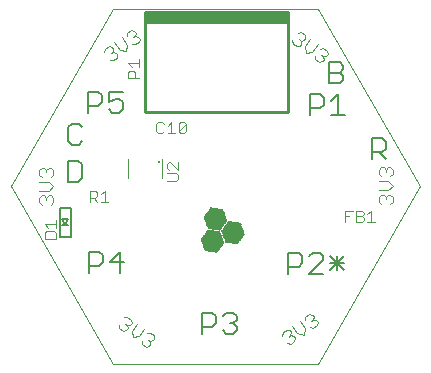
<source format=gbr>
G04 EAGLE Gerber RS-274X export*
G75*
%MOMM*%
%FSLAX34Y34*%
%LPD*%
%INSilkscreen Top*%
%IPPOS*%
%AMOC8*
5,1,8,0,0,1.08239X$1,22.5*%
G01*
%ADD10C,0.152400*%
%ADD11C,0.101600*%
%ADD12R,0.014731X0.014731*%
%ADD13R,0.147319X0.014731*%
%ADD14R,0.265175X0.014731*%
%ADD15R,0.383031X0.014731*%
%ADD16R,0.515619X0.014731*%
%ADD17R,0.633475X0.014731*%
%ADD18R,0.751331X0.014731*%
%ADD19R,0.883919X0.014731*%
%ADD20R,1.001775X0.014731*%
%ADD21R,1.119631X0.014731*%
%ADD22R,1.134363X0.014731*%
%ADD23R,1.149094X0.014731*%
%ADD24R,1.163825X0.014731*%
%ADD25R,1.178556X0.014731*%
%ADD26R,1.193288X0.014731*%
%ADD27R,1.222756X0.014731*%
%ADD28R,1.237488X0.014731*%
%ADD29R,1.266950X0.014731*%
%ADD30R,1.281681X0.014731*%
%ADD31R,1.311144X0.014731*%
%ADD32R,1.325881X0.014731*%
%ADD33R,1.355344X0.014731*%
%ADD34R,1.370075X0.014731*%
%ADD35R,1.384806X0.014731*%
%ADD36R,1.399538X0.014731*%
%ADD37R,1.414275X0.014731*%
%ADD38R,1.443738X0.014731*%
%ADD39R,1.458469X0.014731*%
%ADD40R,1.487931X0.014731*%
%ADD41R,1.502663X0.014731*%
%ADD42R,1.517394X0.014731*%
%ADD43R,1.532125X0.014731*%
%ADD44R,1.546856X0.014731*%
%ADD45R,1.576319X0.014731*%
%ADD46R,1.605788X0.014731*%
%ADD47R,1.620519X0.014731*%
%ADD48R,1.649981X0.014731*%
%ADD49R,1.664713X0.014731*%
%ADD50R,1.694175X0.014731*%
%ADD51R,1.708913X0.014731*%
%ADD52R,1.738375X0.014731*%
%ADD53R,1.753106X0.014731*%
%ADD54R,1.767838X0.014731*%
%ADD55R,1.782569X0.014731*%
%ADD56R,1.797306X0.014731*%
%ADD57R,0.117856X0.014731*%
%ADD58R,1.826769X0.014731*%
%ADD59R,0.235713X0.014731*%
%ADD60R,0.353569X0.014731*%
%ADD61R,1.856231X0.014731*%
%ADD62R,0.486156X0.014731*%
%ADD63R,1.870963X0.014731*%
%ADD64R,0.604013X0.014731*%
%ADD65R,0.721869X0.014731*%
%ADD66R,1.885694X0.014731*%
%ADD67R,0.839719X0.014731*%
%ADD68R,0.972306X0.014731*%
%ADD69R,1.090169X0.014731*%
%ADD70R,1.208025X0.014731*%
%ADD71R,1.252219X0.014731*%
%ADD72R,1.296412X0.014731*%
%ADD73R,1.340612X0.014731*%
%ADD74R,1.826763X0.014731*%
%ADD75R,1.414269X0.014731*%
%ADD76R,1.812031X0.014731*%
%ADD77R,1.429000X0.014731*%
%ADD78R,1.458462X0.014731*%
%ADD79R,1.473200X0.014731*%
%ADD80R,1.723644X0.014731*%
%ADD81R,1.694181X0.014731*%
%ADD82R,1.679450X0.014731*%
%ADD83R,1.561594X0.014731*%
%ADD84R,1.576325X0.014731*%
%ADD85R,1.591056X0.014731*%
%ADD86R,1.635250X0.014731*%
%ADD87R,1.561588X0.014731*%
%ADD88R,1.443731X0.014731*%
%ADD89R,1.797300X0.014731*%
%ADD90R,1.841500X0.014731*%
%ADD91R,1.311150X0.014731*%
%ADD92R,1.296419X0.014731*%
%ADD93R,1.193294X0.014731*%
%ADD94R,0.957575X0.014731*%
%ADD95R,0.589281X0.014731*%
%ADD96R,0.471425X0.014731*%
%ADD97R,0.220975X0.014731*%
%ADD98R,1.812038X0.014731*%
%ADD99R,0.103119X0.014731*%
%ADD100R,0.029463X0.014731*%
%ADD101R,0.162050X0.014731*%
%ADD102R,0.397763X0.014731*%
%ADD103R,0.648206X0.014731*%
%ADD104R,1.679444X0.014731*%
%ADD105R,1.016506X0.014731*%
%ADD106R,1.104900X0.014731*%
%ADD107R,1.222750X0.014731*%
%ADD108R,1.429006X0.014731*%
%ADD109R,1.208019X0.014731*%
%ADD110R,0.987044X0.014731*%
%ADD111R,0.854456X0.014731*%
%ADD112R,0.618744X0.014731*%
%ADD113R,0.500888X0.014731*%
%ADD114R,0.368300X0.014731*%
%ADD115R,0.132587X0.014731*%
%ADD116R,1.664719X0.014731*%
%ADD117R,1.075438X0.014731*%
%ADD118R,0.942844X0.014731*%
%ADD119R,0.707131X0.014731*%
%ADD120R,0.456694X0.014731*%
%ADD121R,0.088388X0.014731*%
%ADD122C,0.127000*%
%ADD123C,0.076200*%
%ADD124C,0.250000*%
%ADD125C,0.254000*%
%ADD126R,12.300000X1.000000*%
%ADD127C,0.100000*%


D10*
X252010Y210198D02*
X252010Y227993D01*
X260908Y227993D01*
X263873Y225027D01*
X263873Y219096D01*
X260908Y216130D01*
X252010Y216130D01*
X269785Y222061D02*
X275717Y227993D01*
X275717Y210198D01*
X281648Y210198D02*
X269785Y210198D01*
X233468Y93627D02*
X233468Y75832D01*
X233468Y93627D02*
X242366Y93627D01*
X245331Y90661D01*
X245331Y84730D01*
X242366Y81764D01*
X233468Y81764D01*
X251243Y75832D02*
X263106Y75832D01*
X251243Y75832D02*
X263106Y87695D01*
X263106Y90661D01*
X260140Y93627D01*
X254209Y93627D01*
X251243Y90661D01*
X269018Y90661D02*
X280881Y78798D01*
X269018Y78798D02*
X280881Y90661D01*
X280881Y84730D02*
X269018Y84730D01*
X274949Y90661D02*
X274949Y78798D01*
X160316Y42827D02*
X160316Y25032D01*
X160316Y42827D02*
X169214Y42827D01*
X172179Y39861D01*
X172179Y33930D01*
X169214Y30964D01*
X160316Y30964D01*
X178091Y39861D02*
X181057Y42827D01*
X186988Y42827D01*
X189954Y39861D01*
X189954Y36895D01*
X186988Y33930D01*
X184023Y33930D01*
X186988Y33930D02*
X189954Y30964D01*
X189954Y27998D01*
X186988Y25032D01*
X181057Y25032D01*
X178091Y27998D01*
X64812Y76848D02*
X64812Y94643D01*
X73710Y94643D01*
X76675Y91677D01*
X76675Y85746D01*
X73710Y82780D01*
X64812Y82780D01*
X91484Y76848D02*
X91484Y94643D01*
X82587Y85746D01*
X94450Y85746D01*
X63796Y212230D02*
X63796Y230025D01*
X72694Y230025D01*
X75659Y227059D01*
X75659Y221128D01*
X72694Y218162D01*
X63796Y218162D01*
X81571Y230025D02*
X93434Y230025D01*
X81571Y230025D02*
X81571Y221128D01*
X87503Y224093D01*
X90468Y224093D01*
X93434Y221128D01*
X93434Y215196D01*
X90468Y212230D01*
X84537Y212230D01*
X81571Y215196D01*
D11*
X77889Y263592D02*
X78368Y266307D01*
X81561Y268542D01*
X84275Y268064D01*
X85393Y266467D01*
X84915Y263753D01*
X83318Y262635D01*
X84915Y263753D02*
X87629Y263274D01*
X88747Y261678D01*
X88268Y258963D01*
X85075Y256727D01*
X82361Y257206D01*
X90822Y265510D02*
X86350Y271896D01*
X90822Y265510D02*
X96251Y264553D01*
X97208Y269981D01*
X92737Y276368D01*
X97047Y277007D02*
X97526Y279721D01*
X100719Y281957D01*
X103434Y281478D01*
X104551Y279882D01*
X104073Y277167D01*
X102476Y276050D01*
X104073Y277167D02*
X106787Y276689D01*
X107905Y275092D01*
X107427Y272378D01*
X104233Y270142D01*
X101519Y270621D01*
X241543Y280027D02*
X244257Y280506D01*
X247450Y278270D01*
X247929Y275556D01*
X246811Y273959D01*
X244097Y273481D01*
X242500Y274598D01*
X244097Y273481D02*
X244575Y270766D01*
X243457Y269170D01*
X240743Y268691D01*
X237550Y270927D01*
X237071Y273641D01*
X247768Y268530D02*
X252240Y274916D01*
X247768Y268530D02*
X248726Y263102D01*
X254154Y264059D01*
X258626Y270445D01*
X260701Y266613D02*
X263416Y267091D01*
X266609Y264855D01*
X267087Y262141D01*
X265969Y260544D01*
X263255Y260066D01*
X261658Y261184D01*
X263255Y260066D02*
X263734Y257351D01*
X262616Y255755D01*
X259901Y255276D01*
X256708Y257512D01*
X256230Y260226D01*
X310420Y136963D02*
X312369Y135014D01*
X310420Y136963D02*
X310420Y140861D01*
X312369Y142810D01*
X314318Y142810D01*
X316267Y140861D01*
X316267Y138912D01*
X316267Y140861D02*
X318216Y142810D01*
X320165Y142810D01*
X322114Y140861D01*
X322114Y136963D01*
X320165Y135014D01*
X318216Y146708D02*
X310420Y146708D01*
X318216Y146708D02*
X322114Y150606D01*
X318216Y154504D01*
X310420Y154504D01*
X312369Y158402D02*
X310420Y160351D01*
X310420Y164249D01*
X312369Y166198D01*
X314318Y166198D01*
X316267Y164249D01*
X316267Y162300D01*
X316267Y164249D02*
X318216Y166198D01*
X320165Y166198D01*
X322114Y164249D01*
X322114Y160351D01*
X320165Y158402D01*
X228990Y26277D02*
X228511Y23562D01*
X228990Y26277D02*
X232183Y28512D01*
X234897Y28034D01*
X236015Y26437D01*
X235537Y23723D01*
X233940Y22605D01*
X235537Y23723D02*
X238251Y23244D01*
X239369Y21648D01*
X238890Y18933D01*
X235697Y16697D01*
X232983Y17176D01*
X241444Y25480D02*
X236972Y31866D01*
X241444Y25480D02*
X246873Y24523D01*
X247830Y29951D01*
X243359Y36338D01*
X247669Y36977D02*
X248148Y39691D01*
X251341Y41927D01*
X254056Y41448D01*
X255173Y39852D01*
X254695Y37137D01*
X253098Y36020D01*
X254695Y37137D02*
X257409Y36659D01*
X258527Y35062D01*
X258049Y32348D01*
X254855Y30112D01*
X252141Y30591D01*
X97445Y39460D02*
X94731Y38981D01*
X97445Y39460D02*
X100638Y37224D01*
X101117Y34510D01*
X99999Y32913D01*
X97285Y32435D01*
X95688Y33552D01*
X97285Y32435D02*
X97763Y29720D01*
X96645Y28124D01*
X93931Y27645D01*
X90738Y29881D01*
X90259Y32595D01*
X100956Y27484D02*
X105428Y33870D01*
X100956Y27484D02*
X101914Y22056D01*
X107342Y23013D01*
X111814Y29399D01*
X113889Y25567D02*
X116604Y26045D01*
X119797Y23809D01*
X120275Y21095D01*
X119157Y19498D01*
X116443Y19020D01*
X114846Y20138D01*
X116443Y19020D02*
X116922Y16305D01*
X115804Y14709D01*
X113089Y14230D01*
X109896Y16466D01*
X109418Y19180D01*
X24841Y134506D02*
X22892Y136455D01*
X22892Y140353D01*
X24841Y142302D01*
X26790Y142302D01*
X28739Y140353D01*
X28739Y138404D01*
X28739Y140353D02*
X30688Y142302D01*
X32637Y142302D01*
X34586Y140353D01*
X34586Y136455D01*
X32637Y134506D01*
X30688Y146200D02*
X22892Y146200D01*
X30688Y146200D02*
X34586Y150098D01*
X30688Y153996D01*
X22892Y153996D01*
X24841Y157894D02*
X22892Y159843D01*
X22892Y163741D01*
X24841Y165690D01*
X26790Y165690D01*
X28739Y163741D01*
X28739Y161792D01*
X28739Y163741D02*
X30688Y165690D01*
X32637Y165690D01*
X34586Y163741D01*
X34586Y159843D01*
X32637Y157894D01*
D12*
X173356Y93703D03*
D13*
X172841Y93851D03*
D14*
X172251Y93998D03*
D15*
X171810Y94145D03*
D16*
X171294Y94293D03*
D17*
X170852Y94440D03*
D18*
X170263Y94587D03*
D19*
X169747Y94735D03*
D20*
X169305Y94882D03*
D21*
X168863Y95029D03*
D22*
X168789Y95177D03*
D23*
X168863Y95324D03*
D24*
X168937Y95471D03*
D25*
X168863Y95619D03*
D26*
X168937Y95766D03*
D27*
X168937Y95913D03*
D28*
X169010Y96061D03*
X169010Y96208D03*
D29*
X169010Y96355D03*
D30*
X169084Y96503D03*
D31*
X169084Y96650D03*
X169084Y96797D03*
D32*
X169158Y96944D03*
D33*
X169158Y97092D03*
D34*
X169231Y97239D03*
D35*
X169158Y97386D03*
D36*
X169231Y97534D03*
D37*
X169305Y97681D03*
D38*
X169305Y97828D03*
X169305Y97976D03*
D39*
X169379Y98123D03*
D40*
X169379Y98270D03*
D41*
X169452Y98418D03*
D42*
X169379Y98565D03*
D43*
X169452Y98712D03*
D44*
X169526Y98860D03*
D45*
X169526Y99007D03*
X169526Y99154D03*
D46*
X169526Y99302D03*
D47*
X169600Y99449D03*
X169600Y99596D03*
D48*
X169600Y99744D03*
D49*
X169673Y99891D03*
D50*
X169673Y100038D03*
X169673Y100186D03*
D51*
X169747Y100333D03*
D52*
X169747Y100480D03*
D53*
X169821Y100627D03*
D54*
X169747Y100775D03*
D55*
X169821Y100922D03*
D56*
X169894Y101069D03*
D57*
X190372Y101069D03*
D58*
X169894Y101217D03*
D59*
X189783Y101217D03*
D58*
X169894Y101364D03*
D60*
X189341Y101364D03*
D61*
X169894Y101511D03*
D62*
X188825Y101511D03*
D63*
X169968Y101659D03*
D64*
X188383Y101659D03*
D63*
X169968Y101806D03*
D65*
X187794Y101806D03*
D66*
X169894Y101953D03*
D67*
X187352Y101953D03*
D66*
X169894Y102101D03*
D68*
X186836Y102101D03*
D63*
X169821Y102248D03*
D69*
X186394Y102248D03*
D66*
X169747Y102395D03*
D21*
X186247Y102395D03*
D66*
X169747Y102543D03*
D23*
X186247Y102543D03*
D66*
X169600Y102690D03*
D24*
X186321Y102690D03*
D66*
X169600Y102837D03*
D25*
X186394Y102837D03*
D63*
X169526Y102985D03*
D26*
X186321Y102985D03*
D66*
X169452Y103132D03*
D70*
X186394Y103132D03*
D66*
X169452Y103279D03*
D28*
X186394Y103279D03*
D66*
X169305Y103427D03*
D71*
X186468Y103427D03*
D66*
X169305Y103574D03*
D71*
X186468Y103574D03*
D63*
X169231Y103721D03*
D30*
X186468Y103721D03*
D66*
X169158Y103869D03*
D72*
X186542Y103869D03*
D66*
X169158Y104016D03*
D32*
X186542Y104016D03*
D66*
X169010Y104163D03*
D32*
X186542Y104163D03*
D66*
X169010Y104310D03*
D73*
X186615Y104310D03*
D63*
X168937Y104458D03*
D34*
X186615Y104458D03*
D61*
X169010Y104605D03*
D35*
X186689Y104605D03*
D61*
X169010Y104752D03*
D36*
X186615Y104752D03*
D74*
X169010Y104900D03*
D75*
X186689Y104900D03*
D76*
X169084Y105047D03*
D77*
X186762Y105047D03*
D55*
X169084Y105194D03*
D78*
X186762Y105194D03*
D55*
X169084Y105342D03*
D78*
X186762Y105342D03*
D54*
X169158Y105489D03*
D79*
X186836Y105489D03*
D52*
X169158Y105636D03*
D41*
X186836Y105636D03*
D80*
X169231Y105784D03*
D41*
X186836Y105784D03*
D51*
X169158Y105931D03*
D43*
X186836Y105931D03*
D81*
X169231Y106078D03*
D44*
X186910Y106078D03*
D82*
X169305Y106226D03*
D83*
X186983Y106226D03*
D48*
X169305Y106373D03*
D84*
X186910Y106373D03*
D48*
X169305Y106520D03*
D85*
X186983Y106520D03*
D86*
X169379Y106668D03*
D47*
X186983Y106668D03*
D46*
X169379Y106815D03*
D86*
X187057Y106815D03*
D46*
X169379Y106962D03*
D86*
X187057Y106962D03*
D84*
X169379Y107110D03*
D49*
X187057Y107110D03*
D87*
X169452Y107257D03*
D82*
X187131Y107257D03*
D44*
X169526Y107404D03*
D51*
X187131Y107404D03*
D43*
X169452Y107552D03*
D51*
X187131Y107552D03*
D42*
X169526Y107699D03*
D80*
X187204Y107699D03*
D40*
X169526Y107846D03*
D53*
X187204Y107846D03*
D79*
X169600Y107993D03*
D54*
X187278Y107993D03*
D79*
X169600Y108141D03*
D55*
X187204Y108141D03*
D88*
X169600Y108288D03*
D89*
X187278Y108288D03*
D77*
X169673Y108435D03*
D76*
X187352Y108435D03*
D36*
X169673Y108583D03*
D90*
X187352Y108583D03*
D36*
X169673Y108730D03*
D90*
X187352Y108730D03*
D35*
X169747Y108877D03*
D63*
X187352Y108877D03*
D33*
X169747Y109025D03*
D66*
X187425Y109025D03*
D73*
X169821Y109172D03*
D63*
X187352Y109172D03*
D32*
X169747Y109319D03*
D66*
X187278Y109319D03*
D91*
X169821Y109467D03*
D66*
X187278Y109467D03*
D92*
X169894Y109614D03*
D63*
X187204Y109614D03*
D29*
X169894Y109761D03*
D66*
X187131Y109761D03*
D29*
X169894Y109909D03*
D66*
X187131Y109909D03*
D71*
X169968Y110056D03*
D66*
X186983Y110056D03*
D27*
X169968Y110203D03*
D66*
X186983Y110203D03*
D70*
X170042Y110351D03*
D63*
X186910Y110351D03*
D93*
X169968Y110498D03*
D66*
X186836Y110498D03*
D25*
X170042Y110645D03*
D66*
X186836Y110645D03*
D24*
X170115Y110793D03*
D66*
X186689Y110793D03*
D23*
X170042Y110940D03*
D66*
X186689Y110940D03*
D22*
X170115Y111087D03*
D63*
X186615Y111087D03*
D69*
X170042Y111235D03*
D66*
X186542Y111235D03*
D94*
X169526Y111382D03*
D66*
X186542Y111382D03*
D67*
X168937Y111529D03*
D66*
X186394Y111529D03*
D65*
X168495Y111676D03*
D66*
X186394Y111676D03*
D95*
X167979Y111824D03*
D61*
X186394Y111824D03*
D96*
X167537Y111971D03*
D90*
X186468Y111971D03*
D60*
X166948Y112118D03*
D90*
X186468Y112118D03*
D97*
X166432Y112266D03*
D98*
X186468Y112266D03*
D99*
X165990Y112413D03*
D56*
X186542Y112413D03*
D100*
X175787Y112560D03*
D55*
X186468Y112560D03*
D101*
X175272Y112708D03*
D54*
X186542Y112708D03*
D14*
X174756Y112855D03*
D53*
X186615Y112855D03*
D102*
X174240Y113002D03*
D80*
X186615Y113002D03*
D16*
X173798Y113150D03*
D80*
X186615Y113150D03*
D103*
X173283Y113297D03*
D81*
X186615Y113297D03*
D18*
X172767Y113444D03*
D104*
X186689Y113444D03*
D19*
X172251Y113592D03*
D49*
X186762Y113592D03*
D105*
X171736Y113739D03*
D48*
X186689Y113739D03*
D106*
X171294Y113886D03*
D86*
X186762Y113886D03*
D22*
X171294Y114034D03*
D47*
X186836Y114034D03*
D23*
X171368Y114181D03*
D85*
X186836Y114181D03*
D24*
X171441Y114328D03*
D85*
X186836Y114328D03*
D25*
X171368Y114476D03*
D87*
X186836Y114476D03*
D26*
X171441Y114623D03*
D44*
X186910Y114623D03*
D107*
X171441Y114770D03*
D43*
X186983Y114770D03*
D28*
X171515Y114918D03*
D42*
X186910Y114918D03*
D28*
X171515Y115065D03*
D41*
X186983Y115065D03*
D29*
X171515Y115212D03*
D79*
X186983Y115212D03*
D30*
X171589Y115359D03*
D39*
X187057Y115359D03*
D31*
X171589Y115507D03*
D39*
X187057Y115507D03*
D31*
X171589Y115654D03*
D108*
X187057Y115654D03*
D32*
X171662Y115801D03*
D75*
X187131Y115801D03*
D33*
X171662Y115949D03*
D35*
X187131Y115949D03*
D34*
X171736Y116096D03*
D35*
X187131Y116096D03*
X171662Y116243D03*
D34*
X187204Y116243D03*
D36*
X171736Y116391D03*
D73*
X187204Y116391D03*
D75*
X171810Y116538D03*
D73*
X187204Y116538D03*
D38*
X171810Y116685D03*
D91*
X187204Y116685D03*
D38*
X171810Y116833D03*
D72*
X187278Y116833D03*
D79*
X171810Y116980D03*
D30*
X187352Y116980D03*
D40*
X171883Y117127D03*
D29*
X187278Y117127D03*
D41*
X171957Y117275D03*
D71*
X187352Y117275D03*
D42*
X171883Y117422D03*
D27*
X187352Y117422D03*
D43*
X171957Y117569D03*
D109*
X187425Y117569D03*
D87*
X171957Y117717D03*
D109*
X187425Y117717D03*
D45*
X172030Y117864D03*
D25*
X187425Y117864D03*
D45*
X172030Y118011D03*
D24*
X187499Y118011D03*
D46*
X172030Y118159D03*
D23*
X187573Y118159D03*
D47*
X172104Y118306D03*
D22*
X187499Y118306D03*
D47*
X172104Y118453D03*
D106*
X187499Y118453D03*
D48*
X172104Y118601D03*
D110*
X187057Y118601D03*
D49*
X172178Y118748D03*
D111*
X186542Y118748D03*
D50*
X172178Y118895D03*
D18*
X186026Y118895D03*
D50*
X172178Y119042D03*
D112*
X185510Y119042D03*
D51*
X172251Y119190D03*
D113*
X185068Y119190D03*
D52*
X172251Y119337D03*
D114*
X184553Y119337D03*
D53*
X172325Y119484D03*
D14*
X184037Y119484D03*
D54*
X172251Y119632D03*
D115*
X183521Y119632D03*
D55*
X172325Y119779D03*
D12*
X183079Y119779D03*
D56*
X172399Y119926D03*
D58*
X172399Y120074D03*
X172399Y120221D03*
D61*
X172399Y120368D03*
D63*
X172472Y120516D03*
X172472Y120663D03*
D66*
X172399Y120810D03*
X172399Y120958D03*
X172251Y121105D03*
X172251Y121252D03*
D63*
X172178Y121400D03*
D66*
X172104Y121547D03*
X172104Y121694D03*
X171957Y121842D03*
X171957Y121989D03*
D63*
X171883Y122136D03*
D66*
X171810Y122284D03*
X171810Y122431D03*
D63*
X171736Y122578D03*
D66*
X171662Y122725D03*
X171662Y122873D03*
X171515Y123020D03*
X171515Y123167D03*
D63*
X171441Y123315D03*
D61*
X171515Y123462D03*
X171515Y123609D03*
D74*
X171515Y123757D03*
D76*
X171589Y123904D03*
D55*
X171589Y124051D03*
X171589Y124199D03*
D54*
X171662Y124346D03*
D52*
X171662Y124493D03*
D80*
X171736Y124641D03*
D51*
X171662Y124788D03*
D81*
X171736Y124935D03*
D82*
X171810Y125083D03*
D116*
X171736Y125230D03*
D48*
X171810Y125377D03*
D47*
X171810Y125525D03*
D46*
X171883Y125672D03*
X171883Y125819D03*
D84*
X171883Y125967D03*
D87*
X171957Y126114D03*
D43*
X171957Y126261D03*
X171957Y126408D03*
D42*
X172030Y126556D03*
D40*
X172030Y126703D03*
D79*
X172104Y126850D03*
X172104Y126998D03*
D88*
X172104Y127145D03*
D77*
X172178Y127292D03*
D36*
X172178Y127440D03*
X172178Y127587D03*
D35*
X172251Y127734D03*
D33*
X172251Y127882D03*
D73*
X172325Y128029D03*
D32*
X172251Y128176D03*
D91*
X172325Y128324D03*
D92*
X172399Y128471D03*
D29*
X172399Y128618D03*
X172399Y128766D03*
D28*
X172399Y128913D03*
D27*
X172472Y129060D03*
D70*
X172546Y129208D03*
D93*
X172472Y129355D03*
D25*
X172546Y129502D03*
D23*
X172546Y129650D03*
X172546Y129797D03*
D22*
X172620Y129944D03*
D117*
X172472Y130091D03*
D118*
X171957Y130239D03*
D67*
X171441Y130386D03*
D119*
X170926Y130533D03*
D95*
X170484Y130681D03*
D120*
X169968Y130828D03*
D60*
X169452Y130975D03*
D97*
X168937Y131123D03*
D121*
X168421Y131270D03*
D122*
X45000Y117020D02*
X42500Y117020D01*
X45000Y117020D02*
X47500Y117020D01*
X45000Y117020D02*
X42500Y122020D01*
X47500Y122020D02*
X45000Y117020D01*
X47500Y122020D02*
X42500Y122020D01*
X40000Y132020D02*
X50000Y132020D01*
X50000Y107020D01*
X40000Y107020D01*
X40000Y132020D01*
D123*
X36731Y105743D02*
X27325Y105743D01*
X36731Y105743D02*
X36731Y110446D01*
X35163Y112014D01*
X28893Y112014D01*
X27325Y110446D01*
X27325Y105743D01*
X30460Y115098D02*
X27325Y118234D01*
X36731Y118234D01*
X36731Y121369D02*
X36731Y115098D01*
X281810Y119901D02*
X281810Y129307D01*
X288081Y129307D01*
X284945Y124604D02*
X281810Y124604D01*
X291165Y119901D02*
X291165Y129307D01*
X295868Y129307D01*
X297436Y127739D01*
X297436Y126172D01*
X295868Y124604D01*
X297436Y123036D01*
X297436Y121469D01*
X295868Y119901D01*
X291165Y119901D01*
X291165Y124604D02*
X295868Y124604D01*
X300520Y126172D02*
X303656Y129307D01*
X303656Y119901D01*
X306791Y119901D02*
X300520Y119901D01*
X65701Y137045D02*
X65701Y146451D01*
X70404Y146451D01*
X71972Y144883D01*
X71972Y141748D01*
X70404Y140180D01*
X65701Y140180D01*
X68836Y140180D02*
X71972Y137045D01*
X75056Y143316D02*
X78192Y146451D01*
X78192Y137045D01*
X81327Y137045D02*
X75056Y137045D01*
D124*
X124064Y170490D03*
D11*
X98064Y173490D02*
X98064Y156990D01*
X127064Y156990D02*
X127064Y173490D01*
D123*
X130717Y154785D02*
X138555Y154785D01*
X140123Y156352D01*
X140123Y159488D01*
X138555Y161055D01*
X130717Y161055D01*
X140123Y164140D02*
X140123Y170411D01*
X140123Y164140D02*
X133852Y170411D01*
X132285Y170411D01*
X130717Y168843D01*
X130717Y165707D01*
X132285Y164140D01*
D125*
X233384Y212846D02*
X233384Y297846D01*
X112084Y297846D02*
X112084Y212846D01*
X112084Y297846D02*
X233384Y297846D01*
X233384Y212846D02*
X112084Y212846D01*
D126*
X172484Y292346D03*
D123*
X107275Y241791D02*
X97869Y241791D01*
X97869Y246494D01*
X99437Y248061D01*
X102572Y248061D01*
X104140Y246494D01*
X104140Y241791D01*
X101004Y251146D02*
X97869Y254281D01*
X107275Y254281D01*
X107275Y251146D02*
X107275Y257417D01*
X126792Y204491D02*
X128360Y202923D01*
X126792Y204491D02*
X123657Y204491D01*
X122089Y202923D01*
X122089Y196653D01*
X123657Y195085D01*
X126792Y195085D01*
X128360Y196653D01*
X131444Y201356D02*
X134580Y204491D01*
X134580Y195085D01*
X137715Y195085D02*
X131444Y195085D01*
X140799Y196653D02*
X140799Y202923D01*
X142367Y204491D01*
X145502Y204491D01*
X147070Y202923D01*
X147070Y196653D01*
X145502Y195085D01*
X142367Y195085D01*
X140799Y196653D01*
X147070Y202923D01*
D10*
X46778Y171859D02*
X46778Y154064D01*
X55676Y154064D01*
X58641Y157030D01*
X58641Y168893D01*
X55676Y171859D01*
X46778Y171859D01*
X59149Y199881D02*
X56184Y202847D01*
X50252Y202847D01*
X47286Y199881D01*
X47286Y188018D01*
X50252Y185052D01*
X56184Y185052D01*
X59149Y188018D01*
X268266Y237376D02*
X268266Y255171D01*
X277164Y255171D01*
X280129Y252205D01*
X280129Y249239D01*
X277164Y246274D01*
X280129Y243308D01*
X280129Y240342D01*
X277164Y237376D01*
X268266Y237376D01*
X268266Y246274D02*
X277164Y246274D01*
X304334Y190909D02*
X304334Y173114D01*
X304334Y190909D02*
X313232Y190909D01*
X316197Y187943D01*
X316197Y182012D01*
X313232Y179046D01*
X304334Y179046D01*
X310266Y179046D02*
X316197Y173114D01*
D127*
X258600Y300000D02*
X85400Y300000D01*
X85400Y0D02*
X258600Y0D01*
X-1200Y150000D02*
X85400Y300000D01*
X258600Y300000D02*
X345200Y150000D01*
X258600Y0D01*
X85400Y0D02*
X-1200Y150000D01*
M02*

</source>
